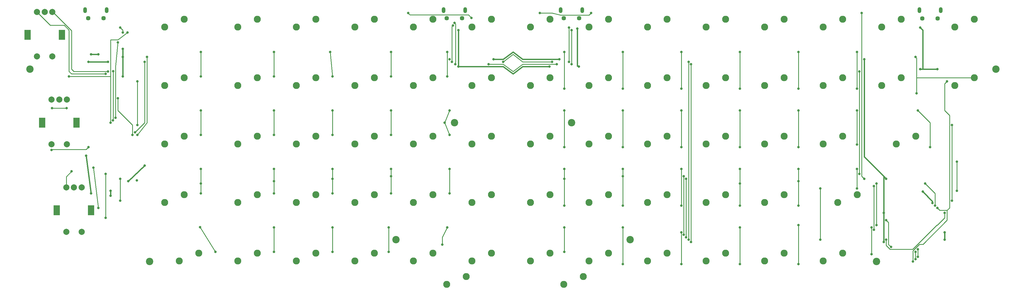
<source format=gbr>
G04 #@! TF.GenerationSoftware,KiCad,Pcbnew,(5.1.5-0-10_14)*
G04 #@! TF.CreationDate,2020-05-07T23:45:50-07:00*
G04 #@! TF.ProjectId,basis_combined_PROTON,62617369-735f-4636-9f6d-62696e65645f,rev?*
G04 #@! TF.SameCoordinates,Original*
G04 #@! TF.FileFunction,Copper,L1,Top*
G04 #@! TF.FilePolarity,Positive*
%FSLAX46Y46*%
G04 Gerber Fmt 4.6, Leading zero omitted, Abs format (unit mm)*
G04 Created by KiCad (PCBNEW (5.1.5-0-10_14)) date 2020-05-07 23:45:50*
%MOMM*%
%LPD*%
G04 APERTURE LIST*
%ADD10C,2.286000*%
%ADD11O,1.200000X1.900000*%
%ADD12C,1.450000*%
%ADD13C,2.400000*%
%ADD14C,2.000000*%
%ADD15R,2.000000X3.200000*%
%ADD16C,0.800000*%
%ADD17C,0.254000*%
%ADD18C,0.381000*%
G04 APERTURE END LIST*
D10*
X-33972500Y-196691250D03*
X-27622500Y-194151250D03*
X-53022500Y-120491250D03*
X-46672500Y-117951250D03*
X-33972500Y-120491250D03*
X-27622500Y-117951250D03*
X-14922500Y-120491250D03*
X-8572500Y-117951250D03*
X4127500Y-120491250D03*
X10477500Y-117951250D03*
X-53022500Y-158591250D03*
X-46672500Y-156051250D03*
X-14922500Y-177641250D03*
X-8572500Y-175101250D03*
X-14922500Y-196691250D03*
X-8572500Y-194151250D03*
X-53022500Y-196691250D03*
X-46672500Y-194151250D03*
X-14922500Y-158591250D03*
X-8572500Y-156051250D03*
X-14922500Y-139541250D03*
X-8572500Y-137001250D03*
X4127500Y-158591250D03*
X10477500Y-156051250D03*
X-72072500Y-196691250D03*
X-65722500Y-194151250D03*
X23177500Y-158591250D03*
X29527500Y-156051250D03*
X-53022500Y-139541250D03*
X-46672500Y-137001250D03*
X4127500Y-139541250D03*
X10477500Y-137001250D03*
X-33972500Y-158591250D03*
X-27622500Y-156051250D03*
X4127500Y-196691250D03*
X10477500Y-194151250D03*
X23177500Y-196691250D03*
X29527500Y-194151250D03*
X21272500Y-201771250D03*
X14922500Y-204311250D03*
X23177500Y-139541250D03*
X29527500Y-137001250D03*
X4127500Y-177641250D03*
X10477500Y-175101250D03*
X-33972500Y-139541250D03*
X-27622500Y-137001250D03*
X-33972500Y-177641250D03*
X-27622500Y-175101250D03*
X-53022500Y-177641250D03*
X-46672500Y-175101250D03*
X-76835000Y-120491250D03*
X-70485000Y-117951250D03*
X-76835000Y-139541250D03*
X-70485000Y-137001250D03*
X-76835000Y-158591250D03*
X-70485000Y-156051250D03*
X23177500Y-120491250D03*
X29527500Y-117951250D03*
X23177500Y-177641250D03*
X29527500Y-175101250D03*
X42227500Y-139541250D03*
X48577500Y-137001250D03*
X118427500Y-196691250D03*
X124777500Y-194151250D03*
X61277500Y-139541250D03*
X67627500Y-137001250D03*
X137477500Y-139541250D03*
X143827500Y-137001250D03*
X59372500Y-201771250D03*
X53022500Y-204311250D03*
X61277500Y-196691250D03*
X67627500Y-194151250D03*
X42227500Y-196691250D03*
X48577500Y-194151250D03*
X137477500Y-196691250D03*
X143827500Y-194151250D03*
X118427500Y-139541250D03*
X124777500Y-137001250D03*
X99377500Y-139541250D03*
X105727500Y-137001250D03*
X42227500Y-177641250D03*
X48577500Y-175101250D03*
X61277500Y-177641250D03*
X67627500Y-175101250D03*
X80327500Y-196691250D03*
X86677500Y-194151250D03*
X99377500Y-158591250D03*
X105727500Y-156051250D03*
X80327500Y-158591250D03*
X86677500Y-156051250D03*
X61277500Y-158591250D03*
X67627500Y-156051250D03*
X80327500Y-139541250D03*
X86677500Y-137001250D03*
X42227500Y-158591250D03*
X48577500Y-156051250D03*
X99377500Y-196691250D03*
X105727500Y-194151250D03*
X156527500Y-120491250D03*
X162877500Y-117951250D03*
X137477500Y-120491250D03*
X143827500Y-117951250D03*
X156527500Y-139541250D03*
X162877500Y-137001250D03*
X118427500Y-158591250D03*
X124777500Y-156051250D03*
X118427500Y-177641250D03*
X124777500Y-175101250D03*
X137477500Y-158591250D03*
X143827500Y-156051250D03*
X99377500Y-120491250D03*
X105727500Y-117951250D03*
X80327500Y-120491250D03*
X86677500Y-117951250D03*
X61277500Y-120491250D03*
X67627500Y-117951250D03*
X42227500Y-120491250D03*
X48577500Y-117951250D03*
X80327500Y-177641250D03*
X86677500Y-175101250D03*
X99377500Y-177641250D03*
X105727500Y-175101250D03*
X118427500Y-120491250D03*
X124777500Y-117951250D03*
X142240000Y-177641250D03*
X148590000Y-175101250D03*
X180340000Y-120491250D03*
X186690000Y-117951250D03*
X180340000Y-139541250D03*
X186690000Y-137001250D03*
X161290000Y-158591250D03*
X167640000Y-156051250D03*
X-76835000Y-177641250D03*
X-70485000Y-175101250D03*
D11*
X59070000Y-114908750D03*
X52070000Y-114908750D03*
D12*
X58070000Y-117608750D03*
X53070000Y-117608750D03*
D11*
X20952500Y-114911250D03*
X13952500Y-114911250D03*
D12*
X19952500Y-117611250D03*
X14952500Y-117611250D03*
D11*
X175750000Y-114918750D03*
X168750000Y-114918750D03*
D12*
X174750000Y-117618750D03*
X169750000Y-117618750D03*
D11*
X-95718750Y-114911250D03*
X-102718750Y-114911250D03*
D12*
X-96718750Y-117611250D03*
X-101718750Y-117611250D03*
D13*
X-81756250Y-196850000D03*
X-120650000Y-134143750D03*
X17462500Y-151606250D03*
X-1587500Y-189706250D03*
X74612500Y-189706250D03*
X154781250Y-196850000D03*
X55562500Y-151606250D03*
X193675000Y-134143750D03*
D14*
X-118387500Y-130031250D03*
X-113387500Y-130031250D03*
D15*
X-121487500Y-123031250D03*
X-110287500Y-123031250D03*
D14*
X-118387500Y-115531250D03*
X-115887500Y-115531250D03*
X-113387500Y-115531250D03*
X-113625000Y-158606250D03*
X-108625000Y-158606250D03*
D15*
X-116725000Y-151606250D03*
X-105525000Y-151606250D03*
D14*
X-113625000Y-144106250D03*
X-111125000Y-144106250D03*
X-108625000Y-144106250D03*
X-108862500Y-187181250D03*
X-103862500Y-187181250D03*
D15*
X-111962500Y-180181250D03*
X-100762500Y-180181250D03*
D14*
X-108862500Y-172681250D03*
X-106362500Y-172681250D03*
X-103862500Y-172681250D03*
D16*
X-88900000Y-122237500D03*
X-94456250Y-151606250D03*
X-107950000Y-136525000D03*
X23018750Y-117475000D03*
X2381250Y-115887500D03*
X-93600000Y-134875000D03*
X-93662500Y-150812500D03*
X-100012500Y-166281010D03*
X-98425000Y-179387500D03*
X-96043750Y-182562500D03*
X-96043750Y-168275000D03*
X-41275000Y-193675000D03*
X-41275000Y-174625000D03*
X-41275000Y-155575000D03*
X-41275000Y-136525000D03*
X-41275000Y-128587500D03*
X-41275000Y-147637500D03*
X-41275000Y-166687500D03*
X-41275000Y-185737500D03*
X-41275000Y-170656250D03*
X-22225000Y-136525000D03*
X-22225000Y-155575000D03*
X-22225000Y-174625000D03*
X-22225000Y-193675000D03*
X-23018750Y-128587500D03*
X-22225000Y-147637500D03*
X-22225000Y-166687500D03*
X-22225000Y-185737500D03*
X-22225000Y-169862500D03*
X-3175000Y-155575000D03*
X-3175000Y-136525000D03*
X-3175000Y-128587500D03*
X-3175000Y-147637500D03*
X-3175000Y-166687500D03*
X-3175000Y-174625000D03*
X-3175000Y-169068750D03*
X-3968750Y-185737500D03*
X-3968750Y-193675000D03*
X15875000Y-174625000D03*
X15875000Y-155575000D03*
X15081250Y-185737500D03*
X15875000Y-147637500D03*
X15875000Y-166687500D03*
X14287500Y-151606250D03*
X13493750Y-191293750D03*
X15081250Y-128587500D03*
X15081250Y-136525000D03*
X-65087500Y-136525000D03*
X-65087500Y-155575000D03*
X-65087500Y-174625000D03*
X-60325000Y-193675000D03*
X-65087500Y-128587500D03*
X-65087500Y-147637500D03*
X-65087500Y-166687500D03*
X-65087500Y-171450000D03*
X-65278000Y-185674000D03*
X-95250000Y-134937500D03*
X174625000Y-134143750D03*
X169068750Y-134143750D03*
X-98425000Y-129381250D03*
X-90443268Y-127569081D03*
X-90487500Y-130175000D03*
X-100806250Y-129381250D03*
X-90487500Y-136525000D03*
X-96043750Y-135731250D03*
X-113625000Y-160456250D03*
X-101600000Y-159543750D03*
X-113506250Y-146843750D03*
X-108743750Y-146843750D03*
X-107156250Y-167481250D03*
X-83343750Y-131762500D03*
X-86518750Y-154781250D03*
X-82550000Y-130175000D03*
X-85725000Y-155575000D03*
X157956250Y-169862500D03*
X177006250Y-187325000D03*
X150812500Y-130968750D03*
X177006250Y-189706250D03*
X157162500Y-190500000D03*
X169862500Y-174068267D03*
X173037500Y-177800000D03*
X157162500Y-180975000D03*
X-94456250Y-175418750D03*
X-94456250Y-173831250D03*
X169068750Y-120650000D03*
X57470000Y-120926250D03*
X48418750Y-133350000D03*
X57943750Y-133350000D03*
X18752500Y-121460250D03*
X18750000Y-133350000D03*
X-85852000Y-170434000D03*
X17529500Y-119062500D03*
X50800000Y-132556250D03*
X16943000Y-119953023D03*
X-102393750Y-162333332D03*
X-95250000Y-131762500D03*
X-101600000Y-131762500D03*
X-100806250Y-174625000D03*
X150018750Y-115887500D03*
X150812500Y-169862500D03*
X45243750Y-115887500D03*
X61912500Y-115887500D03*
X149225000Y-134937500D03*
X149225000Y-168275000D03*
X179387500Y-152400000D03*
X179387500Y-177006250D03*
X177006250Y-180975000D03*
X136525000Y-173037500D03*
X157956250Y-189706250D03*
X136525000Y-189706250D03*
X166687500Y-196850000D03*
X177800000Y-138112500D03*
X174625000Y-179387500D03*
X129381250Y-184943750D03*
X129381250Y-197643750D03*
X129381250Y-178593750D03*
X129381250Y-166687500D03*
X129381250Y-159543750D03*
X129381250Y-147637500D03*
X129381250Y-140493750D03*
X129381250Y-128587500D03*
X129381250Y-170656250D03*
X154781250Y-171450000D03*
X154781250Y-184943750D03*
X110331250Y-197643750D03*
X110331250Y-185737500D03*
X110331250Y-178593750D03*
X110331250Y-166687500D03*
X110331250Y-159543750D03*
X110331250Y-147637500D03*
X110331250Y-140493750D03*
X110331250Y-128587500D03*
X110331250Y-171450000D03*
X153987500Y-172243750D03*
X153987500Y-186531250D03*
X91281250Y-197643750D03*
X91281250Y-178593750D03*
X91281250Y-166687500D03*
X91281250Y-159543750D03*
X91281250Y-147637500D03*
X91281250Y-140493750D03*
X91281250Y-128587500D03*
X91281250Y-187325000D03*
X53181250Y-185737500D03*
X53181250Y-178593750D03*
X53181250Y-166687500D03*
X53181250Y-159543750D03*
X53181250Y-147637500D03*
X53181250Y-140493750D03*
X53181250Y-128587500D03*
X53181250Y-193675000D03*
X53181250Y-169862500D03*
X92868750Y-188912500D03*
X92868750Y-169862500D03*
X72231250Y-197643750D03*
X72231250Y-185737500D03*
X72231250Y-178593750D03*
X72231250Y-166687500D03*
X72231250Y-159543750D03*
X72231250Y-147637500D03*
X72231250Y-140493750D03*
X72231250Y-128587500D03*
X72231250Y-169068750D03*
X92075000Y-188118750D03*
X92075000Y-169068750D03*
X167897500Y-142021250D03*
X167481250Y-130175000D03*
X168275000Y-147637500D03*
X172243750Y-159543750D03*
X148431250Y-147637500D03*
X148431250Y-158750000D03*
X148431250Y-173037500D03*
X148431250Y-166687500D03*
X153193750Y-194468750D03*
X153193750Y-185737500D03*
X148431250Y-140493750D03*
X148431250Y-128587500D03*
X167481250Y-196056250D03*
X167481250Y-193675000D03*
X94456250Y-190500000D03*
X94456250Y-132556250D03*
X55562500Y-132556250D03*
X55562500Y-121443750D03*
X28575000Y-132556250D03*
X17750000Y-132556250D03*
X168275000Y-195262500D03*
X168275000Y-192825010D03*
X93662500Y-189706250D03*
X54768750Y-131762500D03*
X93662500Y-131762500D03*
X54768750Y-120650000D03*
X16668750Y-131762500D03*
X49212500Y-131762500D03*
X33337500Y-131762500D03*
X15875000Y-130968750D03*
X30162500Y-130968750D03*
X51593750Y-130968750D03*
X-83312000Y-165608000D03*
X-88646000Y-170688000D03*
X-87312500Y-155575000D03*
X-92075000Y-143668750D03*
X-85725000Y-138112500D03*
X-85725000Y-152400000D03*
X180975000Y-164306250D03*
X180975000Y-173831250D03*
X-90487500Y-122237500D03*
X-91281250Y-120650000D03*
X-92075000Y-125412500D03*
X-92868750Y-150018750D03*
X-91281250Y-169862500D03*
X-91281250Y-177006250D03*
X159543750Y-192087500D03*
X157956250Y-183356250D03*
X170656250Y-171450000D03*
X173831250Y-178593750D03*
D17*
X-94456250Y-151606250D02*
X-94456250Y-138112500D01*
X-92075000Y-124618750D02*
X-88900000Y-122237500D01*
X-94456250Y-124618750D02*
X-92075000Y-124618750D01*
X-94456250Y-138112500D02*
X-94456250Y-124618750D01*
X2781249Y-116287499D02*
X2381250Y-115887500D01*
X2974999Y-116481249D02*
X2781249Y-116287499D01*
X22024999Y-116481249D02*
X2974999Y-116481249D01*
X23018750Y-117475000D02*
X22024999Y-116481249D01*
X-95250000Y-136525000D02*
X-94456250Y-136525000D01*
X-107950000Y-136525000D02*
X-95250000Y-136525000D01*
X-93600000Y-150750000D02*
X-93662500Y-150812500D01*
X-93600000Y-134875000D02*
X-93600000Y-150750000D01*
X-98425000Y-179387500D02*
X-100012500Y-166281010D01*
X-96043750Y-182562500D02*
X-96043750Y-168275000D01*
X-41275000Y-136525000D02*
X-41275000Y-128587500D01*
X-41275000Y-155575000D02*
X-41275000Y-147637500D01*
X-41275000Y-193675000D02*
X-41275000Y-185737500D01*
X-41275000Y-174625000D02*
X-41275000Y-170656250D01*
X-41275000Y-170656250D02*
X-41275000Y-166687500D01*
X-23018750Y-128587500D02*
X-22225000Y-136525000D01*
X-22225000Y-147637500D02*
X-22225000Y-155575000D01*
X-22225000Y-185737500D02*
X-22225000Y-193675000D01*
X-22225000Y-166687500D02*
X-22225000Y-169862500D01*
X-22225000Y-169862500D02*
X-22225000Y-174625000D01*
X-3175000Y-136525000D02*
X-3175000Y-128587500D01*
X-3175000Y-155575000D02*
X-3175000Y-147637500D01*
X-3175000Y-174625000D02*
X-3175000Y-169068750D01*
X-3175000Y-169068750D02*
X-3175000Y-166687500D01*
X-3968750Y-193675000D02*
X-3968750Y-185737500D01*
X15875000Y-174625000D02*
X15875000Y-166687500D01*
X14287500Y-151606250D02*
X15875000Y-147637500D01*
X15875000Y-155575000D02*
X14287500Y-151606250D01*
X13493750Y-188912500D02*
X15081250Y-185737500D01*
X13493750Y-191293750D02*
X13493750Y-188912500D01*
X15081250Y-136525000D02*
X15081250Y-128587500D01*
X-65087500Y-128587500D02*
X-65087500Y-136525000D01*
X-65087500Y-147637500D02*
X-65087500Y-155575000D01*
X-65087500Y-166687500D02*
X-65087500Y-171450000D01*
X-65087500Y-171450000D02*
X-65087500Y-174625000D01*
X-65278000Y-185674000D02*
X-60325000Y-193675000D01*
X-106362500Y-134937500D02*
X-107156250Y-134143750D01*
X-107156250Y-121595445D02*
X-113220445Y-115531250D01*
X-113220445Y-115531250D02*
X-113387500Y-115531250D01*
X-95250000Y-134937500D02*
X-106362500Y-134937500D01*
X-107156250Y-134143750D02*
X-107156250Y-121595445D01*
D18*
X-90443268Y-130130768D02*
X-90487500Y-130175000D01*
X-90443268Y-127569081D02*
X-90443268Y-130130768D01*
X-98425000Y-129381250D02*
X-100806250Y-129381250D01*
X-90487500Y-135731250D02*
X-90487500Y-130175000D01*
X-90487500Y-136525000D02*
X-90487500Y-135731250D01*
D17*
X-114062500Y-119856250D02*
X-118387500Y-115531250D01*
X-109537500Y-119856250D02*
X-114062500Y-119856250D01*
X-107950000Y-121443750D02*
X-109537500Y-119856250D01*
X-107950000Y-134937500D02*
X-107950000Y-121443750D01*
X-107156250Y-135731250D02*
X-107950000Y-134937500D01*
X-96043750Y-135731250D02*
X-107156250Y-135731250D01*
X-113625000Y-160456250D02*
X-113506250Y-160337500D01*
X-102393750Y-160337500D02*
X-101600000Y-159543750D01*
X-113506250Y-160337500D02*
X-102393750Y-160337500D01*
X-113506250Y-146843750D02*
X-108743750Y-146843750D01*
X-108862500Y-169187500D02*
X-107156250Y-167481250D01*
X-108862500Y-172681250D02*
X-108862500Y-169187500D01*
X-83343750Y-151606250D02*
X-83343750Y-131762500D01*
X-86518750Y-154781250D02*
X-83343750Y-151606250D01*
X-85725000Y-155575000D02*
X-82550000Y-151606250D01*
X-82550000Y-151606250D02*
X-82550000Y-130175000D01*
D18*
X157162500Y-169068750D02*
X157956250Y-169862500D01*
X177006250Y-189706250D02*
X177006250Y-187325000D01*
X150812500Y-162718750D02*
X157162500Y-169068750D01*
X150812500Y-130968750D02*
X150812500Y-162718750D01*
X173037500Y-177243267D02*
X173037500Y-177800000D01*
X169862500Y-174068267D02*
X173037500Y-177243267D01*
X157162500Y-169068750D02*
X157162500Y-180975000D01*
X157162500Y-180975000D02*
X157162500Y-190500000D01*
X-94456250Y-175418750D02*
X-94456250Y-173831250D01*
X169862500Y-121443750D02*
X169068750Y-120650000D01*
X169862500Y-134143750D02*
X169862500Y-121443750D01*
X174625000Y-134143750D02*
X169862500Y-134143750D01*
X169862500Y-134143750D02*
X169068750Y-134143750D01*
X57943750Y-133350000D02*
X57470000Y-133126250D01*
X57470000Y-133126250D02*
X57470000Y-120926250D01*
X18752500Y-132853750D02*
X18752500Y-121460250D01*
X18750000Y-133350000D02*
X18752500Y-132853750D01*
X39687500Y-133350000D02*
X48418750Y-133350000D01*
X36512500Y-135731250D02*
X39687500Y-133350000D01*
X33337500Y-133350000D02*
X36512500Y-135731250D01*
X18750000Y-133350000D02*
X33337500Y-133350000D01*
X-101600000Y-131762500D02*
X-95250000Y-131762500D01*
X-102393750Y-162333332D02*
X-100806250Y-174625000D01*
D17*
X150018750Y-169068750D02*
X150812500Y-169862500D01*
X150018750Y-115887500D02*
X150018750Y-169068750D01*
X149225000Y-134937500D02*
X149225000Y-168275000D01*
X179387500Y-152400000D02*
X179387500Y-177006250D01*
X177006250Y-182562500D02*
X177006250Y-180975000D01*
X174625000Y-184943750D02*
X177006250Y-182562500D01*
X174438232Y-184943750D02*
X174625000Y-184943750D01*
X166567481Y-192814501D02*
X174438232Y-184943750D01*
X159194789Y-192814501D02*
X166567481Y-192814501D01*
X157956250Y-189706250D02*
X157956250Y-191575962D01*
X157956250Y-191575962D02*
X159194789Y-192814501D01*
X136525000Y-189706250D02*
X136525000Y-173037500D01*
X168811710Y-191212338D02*
X166687500Y-193336548D01*
X166687500Y-193336548D02*
X166687500Y-196850000D01*
X177800000Y-183356250D02*
X169943912Y-191212338D01*
X177800000Y-180181250D02*
X177800000Y-183356250D01*
X177800000Y-138112500D02*
X177006250Y-138906250D01*
X178593750Y-179387500D02*
X177800000Y-180181250D01*
X169943912Y-191212338D02*
X168811710Y-191212338D01*
X178593750Y-149225000D02*
X178593750Y-179387500D01*
X177006250Y-138906250D02*
X177006250Y-147637500D01*
X177006250Y-147637500D02*
X178593750Y-149225000D01*
X175418750Y-180181250D02*
X174625000Y-179387500D01*
X177800000Y-180181250D02*
X175418750Y-180181250D01*
X129381250Y-184943750D02*
X129381250Y-197643750D01*
X129381250Y-159543750D02*
X129381250Y-147637500D01*
X129381250Y-140493750D02*
X129381250Y-128587500D01*
X129381250Y-178593750D02*
X129381250Y-170656250D01*
X129381250Y-170656250D02*
X129381250Y-166687500D01*
X154781250Y-171450000D02*
X154781250Y-184943750D01*
X110331250Y-197643750D02*
X110331250Y-185737500D01*
X110331250Y-159543750D02*
X110331250Y-147637500D01*
X110331250Y-140493750D02*
X110331250Y-128587500D01*
X110331250Y-178593750D02*
X110331250Y-171450000D01*
X110331250Y-171450000D02*
X110331250Y-166687500D01*
X153987500Y-172243750D02*
X153987500Y-186531250D01*
X91281250Y-178593750D02*
X91281250Y-166687500D01*
X91281250Y-159543750D02*
X91281250Y-147637500D01*
X91281250Y-140493750D02*
X91281250Y-128587500D01*
X91281250Y-197643750D02*
X91281250Y-187325000D01*
X53181250Y-178593750D02*
X53181250Y-166687500D01*
X53181250Y-159543750D02*
X53181250Y-147637500D01*
X53181250Y-140493750D02*
X53181250Y-128587500D01*
X53181250Y-193675000D02*
X53181250Y-191293750D01*
X53181250Y-191293750D02*
X53181250Y-188912500D01*
X53181250Y-188912500D02*
X53181250Y-185737500D01*
X92868750Y-169862500D02*
X92868750Y-188912500D01*
X72231250Y-178593750D02*
X72231250Y-166687500D01*
X72231250Y-159543750D02*
X72231250Y-147637500D01*
X72231250Y-140493750D02*
X72231250Y-128587500D01*
X72231250Y-197643750D02*
X72231250Y-188118750D01*
X72231250Y-188118750D02*
X72231250Y-185737500D01*
X92075000Y-169580288D02*
X92075000Y-169068750D01*
X92075000Y-188118750D02*
X92075000Y-169580288D01*
X167897500Y-130591250D02*
X167481250Y-130175000D01*
X172243750Y-151606250D02*
X168275000Y-147637500D01*
X172243750Y-159543750D02*
X172243750Y-151606250D01*
X148431250Y-147637500D02*
X148431250Y-158750000D01*
X148431250Y-166687500D02*
X148431250Y-173037500D01*
X153193750Y-194468750D02*
X153193750Y-185737500D01*
X148431250Y-140493750D02*
X148431250Y-128587500D01*
X167481250Y-196056250D02*
X167481250Y-193675000D01*
X94456250Y-132556250D02*
X94456250Y-190500000D01*
X55562500Y-132556250D02*
X55562500Y-121443750D01*
X17862499Y-119395499D02*
X17529500Y-119062500D01*
X17862499Y-131362501D02*
X17862499Y-119395499D01*
X17750000Y-132556250D02*
X17862499Y-131362501D01*
X39687500Y-132556250D02*
X50800000Y-132556250D01*
X36512500Y-134937500D02*
X39687500Y-132556250D01*
X33337500Y-132556250D02*
X36512500Y-134937500D01*
X28575000Y-132556250D02*
X33337500Y-132556250D01*
X168275000Y-195262500D02*
X168275000Y-192825010D01*
X93662500Y-189706250D02*
X93662500Y-131762500D01*
X54768750Y-131762500D02*
X54768750Y-121443750D01*
X54768750Y-121443750D02*
X54768750Y-120650000D01*
X16668750Y-120227273D02*
X16943000Y-119953023D01*
X16668750Y-131762500D02*
X16668750Y-120227273D01*
X39687500Y-131762500D02*
X49212500Y-131762500D01*
X36512500Y-129381250D02*
X39687500Y-131762500D01*
X33337500Y-131762500D02*
X36512500Y-129381250D01*
D18*
X36512500Y-128587500D02*
X39687500Y-130968750D01*
X39687500Y-130968750D02*
X51593750Y-130968750D01*
X33337500Y-130968750D02*
X36512500Y-128587500D01*
X30162500Y-130968750D02*
X33337500Y-130968750D01*
X-88646000Y-170688000D02*
X-83312000Y-165608000D01*
D17*
X52057009Y-116556749D02*
X61243251Y-116556749D01*
X49212500Y-115887500D02*
X52057009Y-116556749D01*
X61512501Y-116287499D02*
X61912500Y-115887500D01*
X61243251Y-116556749D02*
X61512501Y-116287499D01*
X45243750Y-115887500D02*
X49212500Y-115887500D01*
X-87312500Y-155575000D02*
X-87312500Y-152400000D01*
X-87312500Y-152400000D02*
X-92075000Y-147637500D01*
X-92075000Y-147637500D02*
X-92075000Y-143668750D01*
X-85725000Y-151606250D02*
X-85725000Y-138112500D01*
X-85725000Y-152400000D02*
X-85725000Y-151606250D01*
X180975000Y-164306250D02*
X180975000Y-173831250D01*
X180975000Y-169862500D02*
X180975000Y-173831250D01*
X-90487500Y-121443750D02*
X-91281250Y-120650000D01*
X-90487500Y-122237500D02*
X-90487500Y-121443750D01*
X-92868750Y-133350000D02*
X-92075000Y-125412500D01*
X-92868750Y-150018750D02*
X-92868750Y-133350000D01*
X-91281250Y-177006250D02*
X-91281250Y-169862500D01*
X158750000Y-191293750D02*
X158750000Y-184150000D01*
X159543750Y-192087500D02*
X158750000Y-191293750D01*
X158750000Y-184150000D02*
X157956250Y-183356250D01*
X167996250Y-137001250D02*
X186690000Y-137001250D01*
X167897500Y-136902500D02*
X167996250Y-137001250D01*
X167897500Y-142021250D02*
X167897500Y-136902500D01*
X167897500Y-136902500D02*
X167897500Y-130591250D01*
X173831250Y-174625000D02*
X173831250Y-178593750D01*
X170656250Y-171450000D02*
X173831250Y-174625000D01*
M02*

</source>
